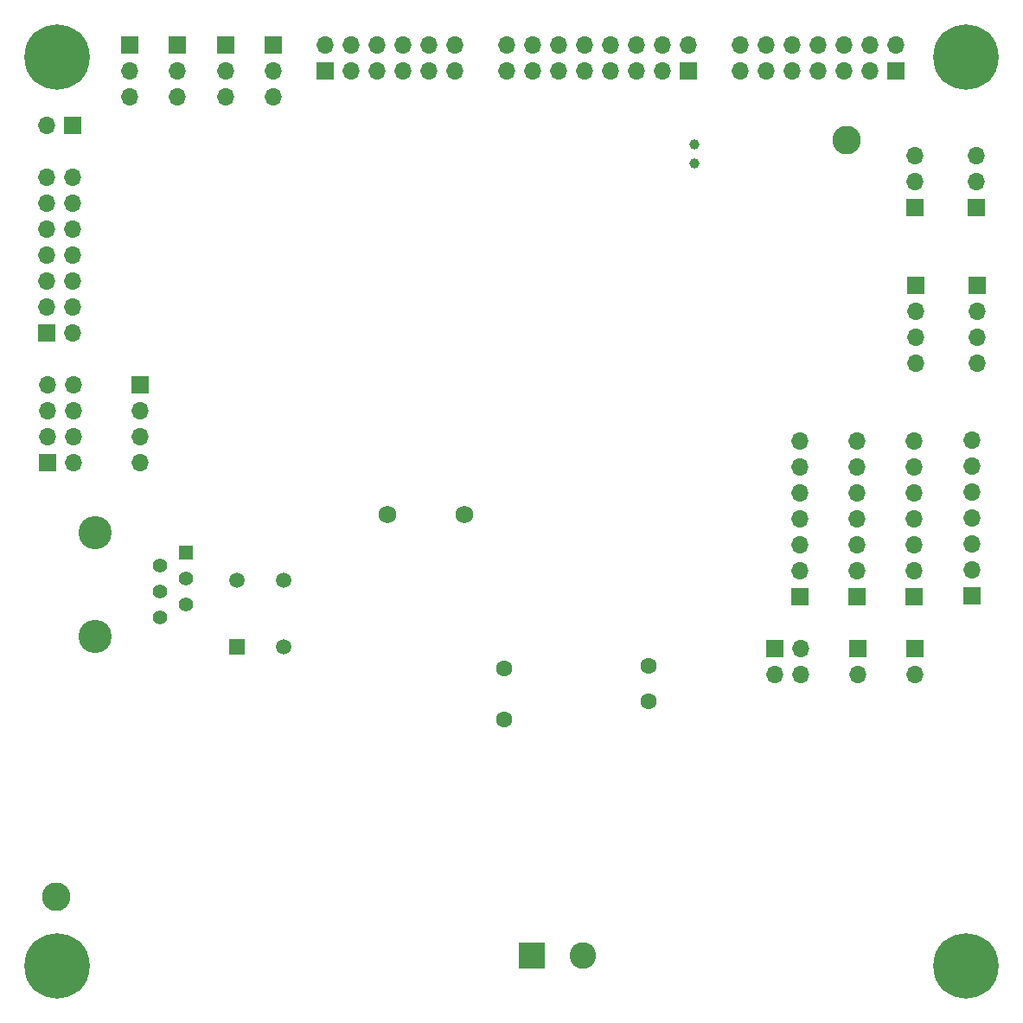
<source format=gbr>
%TF.GenerationSoftware,KiCad,Pcbnew,(6.0.2)*%
%TF.CreationDate,2022-02-23T19:08:17-05:00*%
%TF.ProjectId,SDP,5344502e-6b69-4636-9164-5f7063625858,rev?*%
%TF.SameCoordinates,Original*%
%TF.FileFunction,Soldermask,Bot*%
%TF.FilePolarity,Negative*%
%FSLAX46Y46*%
G04 Gerber Fmt 4.6, Leading zero omitted, Abs format (unit mm)*
G04 Created by KiCad (PCBNEW (6.0.2)) date 2022-02-23 19:08:17*
%MOMM*%
%LPD*%
G01*
G04 APERTURE LIST*
%ADD10R,1.700000X1.700000*%
%ADD11O,1.700000X1.700000*%
%ADD12C,6.400000*%
%ADD13R,1.498000X1.498000*%
%ADD14C,1.498000*%
%ADD15C,1.600000*%
%ADD16R,2.600000X2.600000*%
%ADD17C,2.600000*%
%ADD18C,2.800000*%
%ADD19C,3.250000*%
%ADD20R,1.398000X1.398000*%
%ADD21C,1.398000*%
%ADD22C,1.752600*%
%ADD23C,1.000000*%
G04 APERTURE END LIST*
D10*
%TO.C,J15*%
X93599000Y-47525000D03*
D11*
X93599000Y-50065000D03*
X93599000Y-52605000D03*
%TD*%
D10*
%TO.C,J27*%
X143637000Y-50044600D03*
D11*
X143637000Y-47504600D03*
X141097000Y-50044600D03*
X141097000Y-47504600D03*
X138557000Y-50044600D03*
X138557000Y-47504600D03*
X136017000Y-50044600D03*
X136017000Y-47504600D03*
X133477000Y-50044600D03*
X133477000Y-47504600D03*
X130937000Y-50044600D03*
X130937000Y-47504600D03*
X128397000Y-50044600D03*
X128397000Y-47504600D03*
X125857000Y-50044600D03*
X125857000Y-47504600D03*
%TD*%
D10*
%TO.C,J2*%
X88900000Y-47525000D03*
D11*
X88900000Y-50065000D03*
X88900000Y-52605000D03*
%TD*%
D10*
%TO.C,J24*%
X163957000Y-50038000D03*
D11*
X163957000Y-47498000D03*
X161417000Y-50038000D03*
X161417000Y-47498000D03*
X158877000Y-50038000D03*
X158877000Y-47498000D03*
X156337000Y-50038000D03*
X156337000Y-47498000D03*
X153797000Y-50038000D03*
X153797000Y-47498000D03*
X151257000Y-50038000D03*
X151257000Y-47498000D03*
X148717000Y-50038000D03*
X148717000Y-47498000D03*
%TD*%
D10*
%TO.C,J12*%
X171407000Y-101459200D03*
D11*
X171407000Y-98919200D03*
X171407000Y-96379200D03*
X171407000Y-93839200D03*
X171407000Y-91299200D03*
X171407000Y-88759200D03*
X171407000Y-86219200D03*
%TD*%
D12*
%TO.C,H3*%
X170788000Y-137668000D03*
%TD*%
D13*
%TO.C,SW1*%
X99436300Y-106401000D03*
D14*
X99436300Y-99901000D03*
X103936300Y-106401000D03*
X103936300Y-99901000D03*
%TD*%
D10*
%TO.C,J5*%
X89941000Y-80809000D03*
D11*
X89941000Y-83349000D03*
X89941000Y-85889000D03*
X89941000Y-88429000D03*
%TD*%
D12*
%TO.C,H2*%
X170788000Y-48668000D03*
%TD*%
D10*
%TO.C,J11*%
X165735000Y-101500000D03*
D11*
X165735000Y-98960000D03*
X165735000Y-96420000D03*
X165735000Y-93880000D03*
X165735000Y-91340000D03*
X165735000Y-88800000D03*
X165735000Y-86260000D03*
%TD*%
D15*
%TO.C,C40*%
X125526800Y-113499600D03*
X125526800Y-108499600D03*
%TD*%
D10*
%TO.C,J10*%
X108077000Y-50065000D03*
D11*
X108077000Y-47525000D03*
X110617000Y-50065000D03*
X110617000Y-47525000D03*
X113157000Y-50065000D03*
X113157000Y-47525000D03*
X115697000Y-50065000D03*
X115697000Y-47525000D03*
X118237000Y-50065000D03*
X118237000Y-47525000D03*
X120777000Y-50065000D03*
X120777000Y-47525000D03*
%TD*%
D10*
%TO.C,J13*%
X165786200Y-63400000D03*
D11*
X165786200Y-60860000D03*
X165786200Y-58320000D03*
%TD*%
D10*
%TO.C,J14*%
X171831000Y-63400000D03*
D11*
X171831000Y-60860000D03*
X171831000Y-58320000D03*
%TD*%
D16*
%TO.C,J26*%
X128259200Y-136610800D03*
D17*
X133259200Y-136610800D03*
%TD*%
D10*
%TO.C,J18*%
X152095200Y-106558400D03*
D11*
X152095200Y-109098400D03*
X154635200Y-106558400D03*
X154635200Y-109098400D03*
%TD*%
D18*
%TO.C,TP2*%
X81737200Y-130860800D03*
%TD*%
%TO.C,TP1*%
X159105600Y-56819800D03*
%TD*%
D10*
%TO.C,J6*%
X171856000Y-71040000D03*
D11*
X171856000Y-73580000D03*
X171856000Y-76120000D03*
X171856000Y-78660000D03*
%TD*%
D10*
%TO.C,J1*%
X80752000Y-75699000D03*
D11*
X83292000Y-75699000D03*
X80752000Y-73159000D03*
X83292000Y-73159000D03*
X80752000Y-70619000D03*
X83292000Y-70619000D03*
X80752000Y-68079000D03*
X83292000Y-68079000D03*
X80752000Y-65539000D03*
X83292000Y-65539000D03*
X80752000Y-62999000D03*
X83292000Y-62999000D03*
X80752000Y-60459000D03*
X83292000Y-60459000D03*
%TD*%
D19*
%TO.C,J7*%
X85506500Y-95272000D03*
X85506500Y-105432000D03*
D20*
X94396500Y-97182000D03*
D21*
X91856500Y-98452000D03*
X94396500Y-99722000D03*
X91856500Y-100992000D03*
X94396500Y-102262000D03*
X91856500Y-103532000D03*
%TD*%
D10*
%TO.C,J25*%
X165862000Y-71020000D03*
D11*
X165862000Y-73560000D03*
X165862000Y-76100000D03*
X165862000Y-78640000D03*
%TD*%
D12*
%TO.C,H1*%
X81788000Y-48668000D03*
%TD*%
D10*
%TO.C,J4*%
X165785800Y-106578400D03*
D11*
X165785800Y-109118400D03*
%TD*%
D10*
%TO.C,J3*%
X80879000Y-88409000D03*
D11*
X83419000Y-88409000D03*
X80879000Y-85869000D03*
X83419000Y-85869000D03*
X80879000Y-83329000D03*
X83419000Y-83329000D03*
X80879000Y-80789000D03*
X83419000Y-80789000D03*
%TD*%
D10*
%TO.C,J16*%
X102997000Y-47525000D03*
D11*
X102997000Y-50065000D03*
X102997000Y-52605000D03*
%TD*%
D12*
%TO.C,H4*%
X81788000Y-137668000D03*
%TD*%
D10*
%TO.C,J19*%
X160223200Y-106578400D03*
D11*
X160223200Y-109118400D03*
%TD*%
D10*
%TO.C,J8*%
X160147000Y-101500000D03*
D11*
X160147000Y-98960000D03*
X160147000Y-96420000D03*
X160147000Y-93880000D03*
X160147000Y-91340000D03*
X160147000Y-88800000D03*
X160147000Y-86260000D03*
%TD*%
D10*
%TO.C,J17*%
X98298000Y-47525000D03*
D11*
X98298000Y-50065000D03*
X98298000Y-52605000D03*
%TD*%
D22*
%TO.C,B1*%
X114173000Y-93499000D03*
X121666000Y-93499000D03*
%TD*%
D10*
%TO.C,J9*%
X154559000Y-101500000D03*
D11*
X154559000Y-98960000D03*
X154559000Y-96420000D03*
X154559000Y-93880000D03*
X154559000Y-91340000D03*
X154559000Y-88800000D03*
X154559000Y-86260000D03*
%TD*%
D15*
%TO.C,C39*%
X139700000Y-111784400D03*
X139700000Y-108284400D03*
%TD*%
D23*
%TO.C,Y2*%
X144170400Y-57205800D03*
X144170400Y-59105800D03*
%TD*%
D10*
%TO.C,J20*%
X83286600Y-55372000D03*
D11*
X80746600Y-55372000D03*
%TD*%
M02*

</source>
